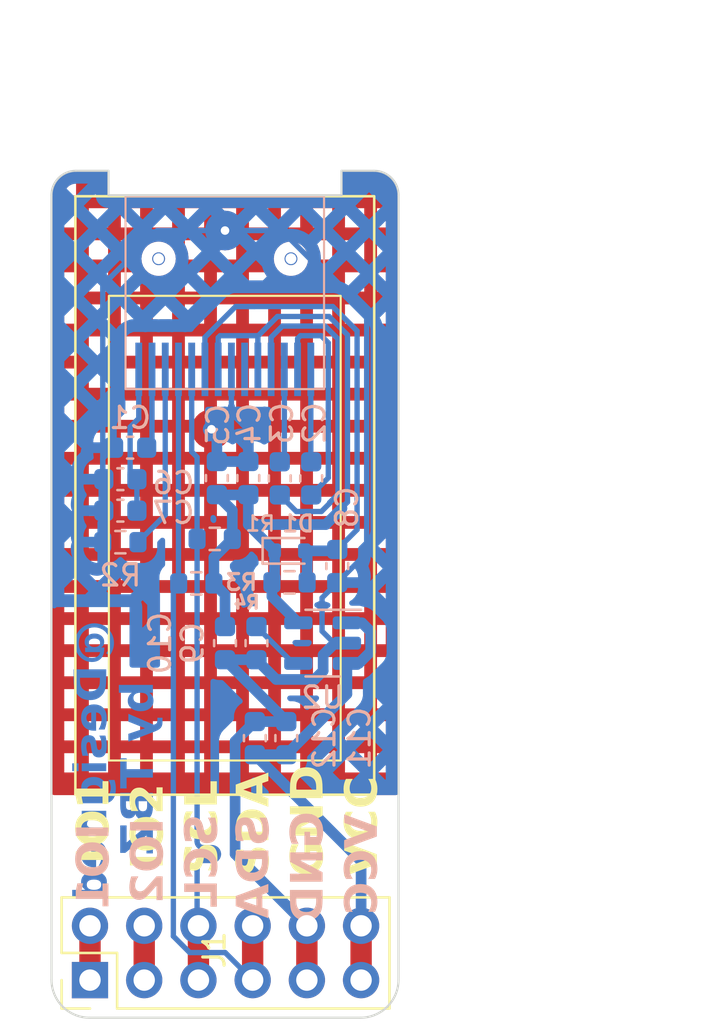
<source format=kicad_pcb>
(kicad_pcb (version 20221018) (generator pcbnew)
  (layers (0 "F.Cu" signal) (31 "B.Cu" signal) (34 "B.Paste" user) (35 "F.Paste" user) (36 "B.SilkS" user "B.Silkscreen") (37 "F.SilkS" user "F.Silkscreen") (38 "B.Mask" user) (39 "F.Mask" user) (44 "Edge.Cuts" user))
  (net 0 "")
  (net 1 "Net-(U1-C2N)")
  (net 2 "Net-(U1-C2P)")
  (net 3 "Net-(U1-C1N)")
  (net 4 "Net-(U1-C1P)")
  (net 5 "+3V3")
  (net 6 "GND")
  (net 7 "Net-(D1-A)")
  (net 8 "Net-(U1-VCOMH)")
  (net 9 "Net-(U1-VCC)")
  (net 10 "/SCL")
  (net 11 "/SDA")
  (net 12 "Net-(U1-IREF)")
  (net 14 "/PMOD IIC/VCC")
  (net 15 "Net-(U2-BP)")
  (net 16 "/PMOD IIC/IO1")
  (net 17 "/PMOD IIC/IO2")
  (footprint "my_connector:PMOD-Peripheral" (layer "F.Cu") (at 156.591 103.759 90)
    (fp_text reference "J1" (at 0 -0.5 90 unlocked) (layer "F.SilkS"))
    (fp_text value "Conn_02x06_Top_Bottom" hide)
    (fp_line (start -2.745 -7.655) (end -2.745 -6.325) (stroke (width 0.12)) (layer "F.SilkS"))
    (fp_line (start -2.745 -5.055) (end -2.745 7.705) (stroke (width 0.12)) (layer "F.SilkS"))
    (fp_line (start -1.415 -7.655) (end -2.745 -7.655) (stroke (width 0.12)) (layer "F.SilkS"))
    (fp_line (start -0.145 -7.655) (end -0.145 -5.055) (stroke (width 0.12)) (layer "F.SilkS"))
    (fp_line (start -0.145 -5.055) (end -2.745 -5.055) (stroke (width 0.12)) (layer "F.SilkS"))
    (fp_line (start 2.455 -7.655) (end -0.145 -7.655) (stroke (width 0.12)) (layer "F.SilkS"))
    (fp_line (start 2.455 -7.655) (end 2.455 7.705) (stroke (width 0.12)) (layer "F.SilkS"))
    (fp_line (start 2.455 7.705) (end -2.745 7.705) (stroke (width 0.12)) (layer "F.SilkS"))
    (pad "1" thru_hole rect (at -1.415 -6.325 90) (size 1.7 1.7) (drill 1) (layers "*.Cu" "*.Mask") (net 16 "/PMOD IIC/IO1"))
    (pad "2" thru_hole oval (at -1.415 -3.785 90) (size 1.7 1.7) (drill 1) (layers "*.Cu" "*.Mask") (net 17 "/PMOD IIC/IO2"))
    (pad "3" thru_hole oval (at -1.415 -1.245 90) (size 1.7 1.7) (drill 1) (layers "*.Cu" "*.Mask") (net 10 "/SCL"))
    (pad "4" thru_hole oval (at -1.415 1.295 90) (size 1.7 1.7) (drill 1) (layers "*.Cu" "*.Mask") (net 11 "/SDA"))
    (pad "5" thru_hole oval (at -1.415 3.835 90) (size 1.7 1.7) (drill 1) (layers "*.Cu" "*.Mask") (net 6 "GND"))
    (pad "6" thru_hole oval (at -1.415 6.375 90) (size 1.7 1.7) (drill 1) (layers "*.Cu" "*.Mask") (net 14 "/PMOD IIC/VCC"))
    (pad "7" thru_hole oval (at 1.125 -6.325 90) (size 1.7 1.7) (drill 1) (layers "*.Cu" "*.Mask") (net 16 "/PMOD IIC/IO1"))
    (pad "8" thru_hole oval (at 1.125 -3.785 90) (size 1.7 1.7) (drill 1) (layers "*.Cu" "*.Mask") (net 17 "/PMOD IIC/IO2"))
    (pad "9" thru_hole oval (at 1.125 -1.245 270) (size 1.7 1.7) (drill 1) (layers "*.Cu" "*.Mask") (net 10 "/SCL"))
    (pad "10" thru_hole oval (at 1.125 1.295 90) (size 1.7 1.7) (drill 1) (layers "*.Cu" "*.Mask") (net 11 "/SDA"))
    (pad "11" thru_hole oval (at 1.125 3.835 90) (size 1.7 1.7) (drill 1) (layers "*.Cu" "*.Mask") (net 6 "GND"))
    (pad "12" thru_hole oval (at 1.125 6.375 90) (size 1.7 1.7) (drill 1) (layers "*.Cu" "*.Mask") (net 14 "/PMOD IIC/VCC"))
  )
  (footprint "my_footprint:iic_oled_12864_ssd1312" (layer "F.Cu") (at 156.5656 82.4992 180)
    (fp_text reference "U1" hide)
    (fp_text value "~")
    (fp_rect (start -4.665 14) (end 4.635 4.975) (stroke (width 0.1)) (fill none) (layer "B.SilkS"))
    (fp_rect (start -7.015 -14) (end 6.985 14) (stroke (width 0.12)) (fill none) (layer "F.SilkS"))
    (fp_rect (start -5.445 -12.4) (end 5.415 9.34) (stroke (width 0.1)) (fill none) (layer "F.SilkS"))
    (pad "" np_thru_hole circle (at -3.115 11.075 180) (size 0.6 0.6) (drill 0.5) (layers "F&B.Cu" "*.Mask"))
    (pad "" np_thru_hole circle (at 3.085 11.075 180) (size 0.6 0.6) (drill 0.5) (layers "F&B.Cu" "*.Mask"))
    (pad "1" smd rect (at -4.045 5.9 180) (size 0.32 2.5) (layers "B.Cu" "B.Paste" "B.Mask") (net 2 "Net-(U1-C2P)"))
    (pad "2" smd rect (at -3.425 5.9 180) (size 0.32 2.5) (layers "B.Cu" "B.Paste" "B.Mask") (net 1 "Net-(U1-C2N)"))
    (pad "3" smd rect (at -2.805 5.9 180) (size 0.32 2.5) (layers "B.Cu" "B.Paste" "B.Mask") (net 4 "Net-(U1-C1P)"))
    (pad "4" smd rect (at -2.185 5.9 180) (size 0.32 2.5) (layers "B.Cu" "B.Paste" "B.Mask") (net 3 "Net-(U1-C1N)"))
    (pad "5" smd rect (at -1.565 5.9 180) (size 0.32 2.5) (layers "B.Cu" "B.Paste" "B.Mask") (net 5 "+3V3"))
    (pad "6" smd rect (at -0.945 5.9 180) (size 0.32 2.5) (layers "B.Cu" "B.Paste" "B.Mask"))
    (pad "7" smd rect (at -0.325 5.9 180) (size 0.32 2.5) (layers "B.Cu" "B.Paste" "B.Mask") (net 6 "GND"))
    (pad "8" smd rect (at 0.295 5.9 180) (size 0.32 2.5) (layers "B.Cu" "B.Paste" "B.Mask") (net 5 "+3V3"))
    (pad "9" smd rect (at 0.915 5.9 180) (size 0.32 2.5) (layers "B.Cu" "B.Paste" "B.Mask") (net 7 "Net-(D1-A)"))
    (pad "10" smd rect (at 1.535 5.9 180) (size 0.32 2.5) (layers "B.Cu" "B.Paste" "B.Mask") (net 10 "/SCL"))
    (pad "11" smd rect (at 2.155 5.9 180) (size 0.32 2.5) (layers "B.Cu" "B.Paste" "B.Mask") (net 11 "/SDA"))
    (pad "12" smd rect (at 2.775 5.9 180) (size 0.32 2.5) (layers "B.Cu" "B.Paste" "B.Mask") (net 12 "Net-(U1-IREF)"))
    (pad "13" smd rect (at 3.395 5.9 180) (size 0.32 2.5) (layers "B.Cu" "B.Paste" "B.Mask") (net 8 "Net-(U1-VCOMH)"))
    (pad "14" smd rect (at 4.015 5.9 180) (size 0.32 2.5) (layers "B.Cu" "B.Paste" "B.Mask") (net 9 "Net-(U1-VCC)"))
  )
  (footprint "Capacitor_SMD:C_0603_1608Metric" (layer "B.Cu") (at 157.6832 81.6864 90)
    (fp_text reference "C4" (at 2.54 0.0508 90) (layer "B.SilkS") (effects (justify mirror)))
    (fp_text value "4.7uF")
    (fp_line (start -0.14058 -0.51) (end 0.14058 -0.51) (stroke (width 0.12)) (layer "B.SilkS"))
    (fp_line (start -0.14058 0.51) (end 0.14058 0.51) (stroke (width 0.12)) (layer "B.SilkS"))
    (pad "1" smd roundrect (at -0.775 0 90) (size 0.9 0.95) (layers "B.Cu" "B.Paste" "B.Mask") (net 5 "+3V3"))
    (pad "2" smd roundrect (at 0.775 0 90) (size 0.9 0.95) (layers "B.Cu" "B.Paste" "B.Mask") (net 6 "GND"))
  )
  (footprint "Diode_SMD:D_SOD-523" (layer "B.Cu") (at 159.6136 85.09)
    (fp_text reference "D1" (at 0.4064 -1.27) (layer "B.SilkS") (effects (font (size 0.75 0.75)) (justify mirror)))
    (fp_text value "1N4148WT")
    (fp_line (start -1.26 0.6) (end -1.26 -0.6) (stroke (width 0.12)) (layer "B.SilkS"))
    (fp_line (start 0.7 -0.6) (end -1.26 -0.6) (stroke (width 0.12)) (layer "B.SilkS"))
    (fp_line (start 0.7 0.6) (end -1.26 0.6) (stroke (width 0.12)) (layer "B.SilkS"))
    (pad "1" smd roundrect (at -0.7 0 180) (size 0.6 0.7) (layers "B.Cu" "B.Paste" "B.Mask") (net 5 "+3V3"))
    (pad "2" smd roundrect (at 0.7 0 180) (size 0.6 0.7) (layers "B.Cu" "B.Paste" "B.Mask") (net 7 "Net-(D1-A)"))
  )
  (footprint "Capacitor_SMD:C_0603_1608Metric" (layer "B.Cu") (at 151.6888 81.7372 180)
    (fp_text reference "C6" (at -2.4892 -0.1778) (layer "B.SilkS") (effects (justify mirror)))
    (fp_text value "4.7uF")
    (fp_line (start -0.14058 -0.51) (end 0.14058 -0.51) (stroke (width 0.12)) (layer "B.SilkS"))
    (fp_line (start -0.14058 0.51) (end 0.14058 0.51) (stroke (width 0.12)) (layer "B.SilkS"))
    (pad "1" smd roundrect (at -0.775 0 180) (size 0.9 0.95) (layers "B.Cu" "B.Paste" "B.Mask") (net 9 "Net-(U1-VCC)"))
    (pad "2" smd roundrect (at 0.775 0 180) (size 0.9 0.95) (layers "B.Cu" "B.Paste" "B.Mask") (net 6 "GND"))
  )
  (footprint "Package_TO_SOT_SMD:SOT-23-5" (layer "B.Cu") (at 161.163 89.408 180)
    (fp_text reference "U2" (at 0 -2.54) (layer "B.SilkS") (effects (justify mirror)))
    (fp_text value "RT9193-33GB")
    (fp_line (start 0 -1.56) (end -0.8 -1.56) (stroke (width 0.12)) (layer "B.SilkS"))
    (fp_line (start 0 -1.56) (end 0.8 -1.56) (stroke (width 0.12)) (layer "B.SilkS"))
    (fp_line (start 0 1.56) (end -1.8 1.56) (stroke (width 0.12)) (layer "B.SilkS"))
    (fp_line (start 0 1.56) (end 0.8 1.56) (stroke (width 0.12)) (layer "B.SilkS"))
    (pad "1" smd roundrect (at -1.1375 0.95 180) (size 1.325 0.6) (layers "B.Cu" "B.Paste" "B.Mask") (net 14 "/PMOD IIC/VCC"))
    (pad "2" smd roundrect (at -1.1375 0 180) (size 1.325 0.6) (layers "B.Cu" "B.Paste" "B.Mask") (net 6 "GND"))
    (pad "3" smd roundrect (at -1.1375 -0.95 180) (size 1.325 0.6) (layers "B.Cu" "B.Paste" "B.Mask") (net 14 "/PMOD IIC/VCC"))
    (pad "4" smd roundrect (at 1.1375 -0.95 180) (size 1.325 0.6) (layers "B.Cu" "B.Paste" "B.Mask") (net 15 "Net-(U2-BP)"))
    (pad "5" smd roundrect (at 1.1375 0.95 180) (size 1.325 0.6) (layers "B.Cu" "B.Paste" "B.Mask") (net 5 "+3V3"))
  )
  (footprint "Capacitor_SMD:C_0603_1608Metric" (layer "B.Cu") (at 157.988 93.853 90)
    (fp_text reference "C12" (at 0 3.2512 90) (layer "B.SilkS") (effects (justify mirror)))
    (fp_text value "0.1uF")
    (fp_line (start -0.14058 -0.51) (end 0.14058 -0.51) (stroke (width 0.12)) (layer "B.SilkS"))
    (fp_line (start -0.14058 0.51) (end 0.14058 0.51) (stroke (width 0.12)) (layer "B.SilkS"))
    (pad "1" smd roundrect (at -0.775 0 90) (size 0.9 0.95) (layers "B.Cu" "B.Paste" "B.Mask") (net 14 "/PMOD IIC/VCC"))
    (pad "2" smd roundrect (at 0.775 0 90) (size 0.9 0.95) (layers "B.Cu" "B.Paste" "B.Mask") (net 6 "GND"))
  )
  (footprint "Capacitor_SMD:C_0603_1608Metric" (layer "B.Cu") (at 156.591 89.408 90)
    (fp_text reference "C10" (at 0 -3.048 90) (layer "B.SilkS") (effects (justify mirror)))
    (fp_text value "4.7uF")
    (fp_line (start -0.14058 -0.51) (end 0.14058 -0.51) (stroke (width 0.12)) (layer "B.SilkS"))
    (fp_line (start -0.14058 0.51) (end 0.14058 0.51) (stroke (width 0.12)) (layer "B.SilkS"))
    (pad "1" smd roundrect (at -0.775 0 90) (size 0.9 0.95) (layers "B.Cu" "B.Paste" "B.Mask") (net 6 "GND"))
    (pad "2" smd roundrect (at 0.775 0 90) (size 0.9 0.95) (layers "B.Cu" "B.Paste" "B.Mask") (net 5 "+3V3"))
  )
  (footprint "Resistor_SMD:R_0603_1608Metric" (layer "B.Cu") (at 159.6136 86.5632)
    (fp_text reference "R4" (at -2.0066 0.9398) (layer "B.SilkS") (effects (font (size 0.6 0.6)) (justify mirror)))
    (fp_text value "4.7K")
    (fp_line (start -0.237258 -0.5225) (end 0.237258 -0.5225) (stroke (width 0.12)) (layer "B.SilkS"))
    (fp_line (start -0.237258 0.5225) (end 0.237258 0.5225) (stroke (width 0.12)) (layer "B.SilkS"))
    (pad "1" smd roundrect (at -0.825 0) (size 0.8 0.95) (layers "B.Cu" "B.Paste" "B.Mask") (net 5 "+3V3"))
    (pad "2" smd roundrect (at 0.825 0) (size 0.8 0.95) (layers "B.Cu" "B.Paste" "B.Mask") (net 7 "Net-(D1-A)"))
  )
  (footprint "Capacitor_SMD:C_0603_1608Metric" (layer "B.Cu") (at 152.146 80.264 180)
    (fp_text reference "C1" (at 0 1.397) (layer "B.SilkS") (effects (justify mirror)))
    (fp_text value "2.2uF")
    (fp_line (start -0.14058 -0.51) (end 0.14058 -0.51) (stroke (width 0.12)) (layer "B.SilkS"))
    (fp_line (start -0.14058 0.51) (end 0.14058 0.51) (stroke (width 0.12)) (layer "B.SilkS"))
    (pad "1" smd roundrect (at -0.775 0 180) (size 0.9 0.95) (layers "B.Cu" "B.Paste" "B.Mask") (net 8 "Net-(U1-VCOMH)"))
    (pad "2" smd roundrect (at 0.775 0 180) (size 0.9 0.95) (layers "B.Cu" "B.Paste" "B.Mask") (net 6 "GND"))
  )
  (footprint "Resistor_SMD:R_0603_1608Metric" (layer "B.Cu") (at 156.1084 84.5312 180)
    (fp_text reference "R1" (at -2.1336 0.7112) (layer "B.SilkS") (effects (font (size 0.7 0.7) (thickness 0.125)) (justify mirror)))
    (fp_text value "4.7K")
    (fp_line (start -0.237258 -0.5225) (end 0.237258 -0.5225) (stroke (width 0.12)) (layer "B.SilkS"))
    (fp_line (start -0.237258 0.5225) (end 0.237258 0.5225) (stroke (width 0.12)) (layer "B.SilkS"))
    (pad "1" smd roundrect (at -0.825 0 180) (size 0.8 0.95) (layers "B.Cu" "B.Paste" "B.Mask") (net 5 "+3V3"))
    (pad "2" smd roundrect (at 0.825 0 180) (size 0.8 0.95) (layers "B.Cu" "B.Paste" "B.Mask") (net 10 "/SCL"))
  )
  (footprint "Capacitor_SMD:C_0603_1608Metric" (layer "B.Cu") (at 151.6888 83.2104 180)
    (fp_text reference "C7" (at -2.4892 -0.1016) (layer "B.SilkS") (effects (justify mirror)))
    (fp_text value "0.1uF")
    (fp_line (start -0.14058 -0.51) (end 0.14058 -0.51) (stroke (width 0.12)) (layer "B.SilkS"))
    (fp_line (start -0.14058 0.51) (end 0.14058 0.51) (stroke (width 0.12)) (layer "B.SilkS"))
    (pad "1" smd roundrect (at -0.775 0 180) (size 0.9 0.95) (layers "B.Cu" "B.Paste" "B.Mask") (net 9 "Net-(U1-VCC)"))
    (pad "2" smd roundrect (at 0.775 0 180) (size 0.9 0.95) (layers "B.Cu" "B.Paste" "B.Mask") (net 6 "GND"))
  )
  (footprint "Resistor_SMD:R_0603_1608Metric" (layer "B.Cu") (at 151.6888 84.6836)
    (fp_text reference "R2" (at 0 1.5494) (layer "B.SilkS") (effects (justify mirror)))
    (fp_text value "560K")
    (fp_line (start -0.237258 -0.5225) (end 0.237258 -0.5225) (stroke (width 0.12)) (layer "B.SilkS"))
    (fp_line (start -0.237258 0.5225) (end 0.237258 0.5225) (stroke (width 0.12)) (layer "B.SilkS"))
    (pad "1" smd roundrect (at -0.825 0) (size 0.8 0.95) (layers "B.Cu" "B.Paste" "B.Mask") (net 6 "GND"))
    (pad "2" smd roundrect (at 0.825 0) (size 0.8 0.95) (layers "B.Cu" "B.Paste" "B.Mask") (net 12 "Net-(U1-IREF)"))
  )
  (footprint "Capacitor_SMD:C_0603_1608Metric" (layer "B.Cu") (at 161.8488 85.8012 -90)
    (fp_text reference "C8" (at -2.7432 -0.4572 90) (layer "B.SilkS") (effects (justify mirror)))
    (fp_text value "10uF")
    (fp_line (start -0.14058 -0.51) (end 0.14058 -0.51) (stroke (width 0.12)) (layer "B.SilkS"))
    (fp_line (start -0.14058 0.51) (end 0.14058 0.51) (stroke (width 0.12)) (layer "B.SilkS"))
    (pad "1" smd roundrect (at -0.775 0 270) (size 0.9 0.95) (layers "B.Cu" "B.Paste" "B.Mask") (net 7 "Net-(D1-A)"))
    (pad "2" smd roundrect (at 0.775 0 270) (size 0.9 0.95) (layers "B.Cu" "B.Paste" "B.Mask") (net 6 "GND"))
  )
  (footprint "Resistor_SMD:R_0603_1608Metric" (layer "B.Cu") (at 155.2448 86.614 180)
    (fp_text reference "R3" (at -2.1082 0.0508) (layer "B.SilkS") (effects (font (size 0.75 0.75)) (justify mirror)))
    (fp_text value "4.7K")
    (fp_line (start -0.237258 -0.5225) (end 0.237258 -0.5225) (stroke (width 0.12)) (layer "B.SilkS"))
    (fp_line (start -0.237258 0.5225) (end 0.237258 0.5225) (stroke (width 0.12)) (layer "B.SilkS"))
    (pad "1" smd roundrect (at -0.825 0 180) (size 0.8 0.95) (layers "B.Cu" "B.Paste" "B.Mask") (net 5 "+3V3"))
    (pad "2" smd roundrect (at 0.825 0 180) (size 0.8 0.95) (layers "B.Cu" "B.Paste" "B.Mask") (net 11 "/SDA"))
  )
  (footprint "Capacitor_SMD:C_0603_1608Metric" (layer "B.Cu") (at 158.0642 89.408 -90)
    (fp_text reference "C9" (at 0 2.9972 90) (layer "B.SilkS") (effects (justify mirror)))
    (fp_text value "22nF")
    (fp_line (start -0.14058 -0.51) (end 0.14058 -0.51) (stroke (width 0.12)) (layer "B.SilkS"))
    (fp_line (start -0.14058 0.51) (end 0.14058 0.51) (stroke (width 0.12)) (layer "B.SilkS"))
    (pad "1" smd roundrect (at -0.775 0 270) (size 0.9 0.95) (layers "B.Cu" "B.Paste" "B.Mask") (net 15 "Net-(U2-BP)"))
    (pad "2" smd roundrect (at 0.775 0 270) (size 0.9 0.95) (layers "B.Cu" "B.Paste" "B.Mask") (net 6 "GND"))
  )
  (footprint "Capacitor_SMD:C_0603_1608Metric" (layer "B.Cu") (at 159.4612 93.853 90)
    (fp_text reference "C11" (at 0 3.429 90) (layer "B.SilkS") (effects (justify mirror)))
    (fp_text value "4.7uF")
    (fp_line (start -0.14058 -0.51) (end 0.14058 -0.51) (stroke (width 0.12)) (layer "B.SilkS"))
    (fp_line (start -0.14058 0.51) (end 0.14058 0.51) (stroke (width 0.12)) (layer "B.SilkS"))
    (pad "1" smd roundrect (at -0.775 0 90) (size 0.9 0.95) (layers "B.Cu" "B.Paste" "B.Mask") (net 14 "/PMOD IIC/VCC"))
    (pad "2" smd roundrect (at 0.775 0 90) (size 0.9 0.95) (layers "B.Cu" "B.Paste" "B.Mask") (net 6 "GND"))
  )
  (footprint "Capacitor_SMD:C_0603_1608Metric" (layer "B.Cu") (at 159.1564 81.6994 90)
    (fp_text reference "C3" (at 2.5784 0.1016 90) (layer "B.SilkS") (effects (justify mirror)))
    (fp_text value "1uF")
    (fp_line (start -0.14058 -0.51) (end 0.14058 -0.51) (stroke (width 0.12)) (layer "B.SilkS"))
    (fp_line (start -0.14058 0.51) (end 0.14058 0.51) (stroke (width 0.12)) (layer "B.SilkS"))
    (pad "1" smd roundrect (at -0.775 0 90) (size 0.9 0.95) (layers "B.Cu" "B.Paste" "B.Mask") (net 3 "Net-(U1-C1N)"))
    (pad "2" smd roundrect (at 0.775 0 90) (size 0.9 0.95) (layers "B.Cu" "B.Paste" "B.Mask") (net 4 "Net-(U1-C1P)"))
  )
  (footprint "Capacitor_SMD:C_0603_1608Metric" (layer "B.Cu") (at 160.6296 81.6994 90)
    (fp_text reference "C2" (at 2.5784 0.1524 90) (layer "B.SilkS") (effects (justify mirror)))
    (fp_text value "1uF")
    (fp_line (start -0.14058 -0.51) (end 0.14058 -0.51) (stroke (width 0.12)) (layer "B.SilkS"))
    (fp_line (start -0.14058 0.51) (end 0.14058 0.51) (stroke (width 0.12)) (layer "B.SilkS"))
    (pad "1" smd roundrect (at -0.775 0 90) (size 0.9 0.95) (layers "B.Cu" "B.Paste" "B.Mask") (net 1 "Net-(U1-C2N)"))
    (pad "2" smd roundrect (at 0.775 0 90) (size 0.9 0.95) (layers "B.Cu" "B.Paste" "B.Mask") (net 2 "Net-(U1-C2P)"))
  )
  (footprint "Capacitor_SMD:C_0603_1608Metric" (layer "B.Cu") (at 156.21 81.6864 90)
    (fp_text reference "C5" (at 2.4892 0.0508 90) (layer "B.SilkS") (effects (justify mirror)))
    (fp_text value "0.1uF")
    (fp_line (start -0.14058 -0.51) (end 0.14058 -0.51) (stroke (width 0.12)) (layer "B.SilkS"))
    (fp_line (start -0.14058 0.51) (end 0.14058 0.51) (stroke (width 0.12)) (layer "B.SilkS"))
    (pad "1" smd roundrect (at -0.775 0 90) (size 0.9 0.95) (layers "B.Cu" "B.Paste" "B.Mask") (net 5 "+3V3"))
    (pad "2" smd roundrect (at 0.775 0 90) (size 0.9 0.95) (layers "B.Cu" "B.Paste" "B.Mask") (net 6 "GND"))
  )
  (gr_line (start 148.463 68.453) (end 148.463 105.156) (stroke (width 0.1)) (layer "Edge.Cuts"))
  (gr_line (start 151.13 67.31) (end 151.13 68.453) (stroke (width 0.1)) (layer "Edge.Cuts"))
  (gr_arc (start 150.241 106.934) (mid 148.983764 106.413236) (end 148.463 105.156) (stroke (width 0.1)) (layer "Edge.Cuts"))
  (gr_arc (start 163.576 67.31) (mid 164.384223 67.644777) (end 164.719 68.453) (stroke (width 0.1)) (layer "Edge.Cuts"))
  (gr_line (start 162.052 67.31) (end 162.052 68.453) (stroke (width 0.1)) (layer "Edge.Cuts"))
  (gr_arc (start 164.719 105.156) (mid 164.198236 106.413236) (end 162.941 106.934) (stroke (width 0.1)) (layer "Edge.Cuts"))
  (gr_arc (start 148.463 68.453) (mid 148.797777 67.644777) (end 149.606 67.31) (stroke (width 0.1)) (layer "Edge.Cuts"))
  (gr_line (start 150.241 106.934) (end 162.941 106.934) (stroke (width 0.1)) (layer "Edge.Cuts"))
  (gr_line (start 149.606 67.31) (end 151.13 67.31) (stroke (width 0.1)) (layer "Edge.Cuts"))
  (gr_line (start 164.719 105.156) (end 164.719 68.453) (stroke (width 0.1)) (layer "Edge.Cuts"))
  (gr_line (start 163.576 67.31) (end 162.052 67.31) (stroke (width 0.1)) (layer "Edge.Cuts"))
  (gr_line (start 151.13 68.453) (end 162.052 68.453) (stroke (width 0.1)) (layer "Edge.Cuts"))
  (gr_text "@Designed" (at 151.2824 88.3412 90) (layer "B.Cu") (effects (font (size 1.5 1.5) (thickness 0.3) bold) (justify left bottom mirror)))
  (gr_text "by TBZ" (at 153.4668 91.186 90) (layer "B.Cu") (effects (font (size 1.5 1.5) (thickness 0.3) bold) (justify left bottom mirror)))
  (gr_text "IO1" (at 151.384 97.8408 90) (layer "B.SilkS") (effects (font (size 1.5 1.5) (thickness 0.2) bold) (justify left bottom mirror)))
  (gr_text "VCC" (at 163.957 97.409 90) (layer "B.SilkS") (effects (font (size 1.5 1.5) (thickness 0.2) bold) (justify left bottom mirror)))
  (gr_text "GND" (at 161.417 97.282 90) (layer "B.SilkS") (effects (font (size 1.5 1.5) (thickness 0.2) bold) (justify left bottom mirror)))
  (gr_text "SCL" (at 156.464 97.409 90) (layer "B.SilkS") (effects (font (size 1.5 1.5) (thickness 0.2) bold) (justify left bottom mirror)))
  (gr_text "IO2" (at 153.924 97.5868 90) (layer "B.SilkS") (effects (font (size 1.5 1.5) (thickness 0.2) bold) (justify left bottom mirror)))
  (gr_text "SDA" (at 158.877 97.409 90) (layer "B.SilkS") (effects (font (size 1.5 1.5) (thickness 0.2) bold) (justify left bottom mirror)))
  (gr_text "GND" (at 161.417 100.33 90) (layer "F.SilkS") (effects (font (size 1.5 1.5) (thickness 0.2) bold) (justify left bottom)))
  (gr_text "SCL" (at 156.464 100.203 90) (layer "F.SilkS") (effects (font (size 1.5 1.5) (thickness 0.3) bold) (justify left bottom)))
  (gr_text "VCC" (at 163.957 100.33 90) (layer "F.SilkS") (effects (font (size 1.5 1.5) (thickness 0.2) bold) (justify left bottom)))
  (gr_text "SDA" (at 158.877 100.33 90) (layer "F.SilkS") (effects (font (size 1.5 1.5) (thickness 0.2) bold) (justify left bottom)))
  (gr_text "IO1" (at 151.384 99.7458 90) (layer "F.SilkS") (effects (font (size 1.5 1.5) (thickness 0.2) bold) (justify left bottom)))
  (gr_text "IO2" (at 153.924 99.9998 90) (layer "F.SilkS") (effects (font (size 1.5 1.5) (thickness 0.3) bold) (justify left bottom)))
  (segment (start 161.4296 75.3582) (end 161.0956 75.0242) (width 0.25) (layer "B.Cu") (net 1))
  (segment (start 160.1256 75.0242) (end 159.9906 75.1592) (width 0.25) (layer "B.Cu") (net 1))
  (segment (start 159.9906 75.1592) (end 159.9906 76.5992) (width 0.25) (layer "B.Cu") (net 1))
  (segment (start 161.4296 81.6744) (end 161.4296 75.3582) (width 0.25) (layer "B.Cu") (net 1))
  (segment (start 160.6296 82.4744) (end 161.4296 81.6744) (width 0.25) (layer "B.Cu") (net 1))
  (segment (start 161.0956 75.0242) (end 160.1256 75.0242) (width 0.25) (layer "B.Cu") (net 1))
  (segment (start 160.6106 80.9054) (end 160.6106 76.5992) (width 0.25) (layer "B.Cu") (net 2))
  (segment (start 160.6296 80.9244) (end 160.6106 80.9054) (width 0.25) (layer "B.Cu") (net 2))
  (segment (start 161.879101 75.172011) (end 161.281789 74.574699) (width 0.25) (layer "B.Cu") (net 3))
  (segment (start 161.281789 74.574699) (end 159.275101 74.574699) (width 0.25) (layer "B.Cu") (net 3))
  (segment (start 159.1564 82.4744) (end 159.9314 83.2494) (width 0.25) (layer "B.Cu") (net 3))
  (segment (start 161.491399 82.865417) (end 161.491399 82.833934) (width 0.25) (layer "B.Cu") (net 3))
  (segment (start 159.9314 83.2494) (end 161.107416 83.2494) (width 0.25) (layer "B.Cu") (net 3))
  (segment (start 161.491399 82.833934) (end 161.879101 82.446232) (width 0.25) (layer "B.Cu") (net 3))
  (segment (start 161.879101 82.446232) (end 161.879101 75.172011) (width 0.25) (layer "B.Cu") (net 3))
  (segment (start 158.7506 75.0992) (end 158.7506 76.5992) (width 0.25) (layer "B.Cu") (net 3))
  (segment (start 159.275101 74.574699) (end 158.7506 75.0992) (width 0.25) (layer "B.Cu") (net 3))
  (segment (start 161.107416 83.2494) (end 161.491399 82.865417) (width 0.25) (layer "B.Cu") (net 3))
  (segment (start 159.3706 80.7102) (end 159.3706 76.5992) (width 0.25) (layer "B.Cu") (net 4))
  (segment (start 159.1564 80.9244) (end 159.3706 80.7102) (width 0.25) (layer "B.Cu") (net 4))
  (segment (start 157.6832 83.8596) (end 161.309684 83.8596) (width 0.5) (layer "B.Cu") (net 5))
  (segment (start 158.9136 86.4382) (end 158.7886 86.5632) (width 0.25) (layer "B.Cu") (net 5))
  (segment (start 158.7886 87.2211) (end 160.0255 88.458) (width 0.5) (layer "B.Cu") (net 5))
  (segment (start 162.328602 74.985822) (end 161.467978 74.125198) (width 0.25) (layer "B.Cu") (net 5))
  (segment (start 156.9334 83.1978) (end 156.21 82.4744) (width 0.5) (layer "B.Cu") (net 5))
  (segment (start 159.046802 74.125198) (end 158.1306 75.0414) (width 0.25) (layer "B.Cu") (net 5))
  (segment (start 162.0659 83.0719) (end 162.328602 82.809198) (width 0.25) (layer "B.Cu") (net 5))
  (segment (start 156.21 82.4744) (end 157.6832 82.4744) (width 0.5) (layer "B.Cu") (net 5))
  (segment (start 156.0698 86.614) (end 156.0698 85.3948) (width 0.5) (layer "B.Cu") (net 5))
  (segment (start 156.2706 76.5992) (end 156.2706 75.11489) (width 0.25) (layer "B.Cu") (net 5))
  (segment (start 158.1306 75.0414) (end 158.1306 76.5992) (width 0.25) (layer "B.Cu") (net 5))
  (segment (start 156.0698 85.3948) (end 156.9334 84.5312) (width 0.5) (layer "B.Cu") (net 5))
  (segment (start 158.7886 86.5632) (end 158.7886 87.2211) (width 0.5) (layer "B.Cu") (net 5))
  (segment (start 161.467978 74.125198) (end 159.046802 74.125198) (width 0.25) (layer "B.Cu") (net 5))
  (segment (start 158.9136 85.09) (end 158.9136 86.4382) (width 0.5) (layer "B.Cu") (net 5))
  (segment (start 156.591 87.1352) (end 156.0698 86.614) (width 0.5) (layer "B.Cu") (net 5))
  (segment (start 162.0659 83.103384) (end 162.0659 83.0719) (width 0.5) (layer "B.Cu") (net 5))
  (segment (start 156.36129 75.0242) (end 158.0556 75.0242) (width 0.25) (layer "B.Cu") (net 5))
  (segment (start 161.309684 83.8596) (end 162.0659 83.103384) (width 0.5) (layer "B.Cu") (net 5))
  (segment (start 162.328602 82.809198) (end 162.328602 74.985822) (width 0.25) (layer "B.Cu") (net 5))
  (segment (start 157.6832 83.8596) (end 158.9136 85.09) (width 0.5) (layer "B.Cu") (net 5))
  (segment (start 158.0556 75.0242) (end 158.1306 75.0992) (width 0.25) (layer "B.Cu") (net 5))
  (segment (start 157.6832 82.4744) (end 157.6832 83.8596) (width 0.5) (layer "B.Cu") (net 5))
  (segment (start 156.591 88.633) (end 156.591 87.1352) (width 0.5) (layer "B.Cu") (net 5))
  (segment (start 156.2706 75.11489) (end 156.36129 75.0242) (width 0.25) (layer "B.Cu") (net 5))
  (segment (start 158.1306 75.0992) (end 158.1306 76.5992) (width 0.25) (layer "B.Cu") (net 5))
  (segment (start 156.9334 84.5312) (end 156.9334 83.1978) (width 0.5) (layer "B.Cu") (net 5))
  (segment (start 155.956 79.4004) (end 155.956 70.739) (width 0.25) (layer "F.Cu") (net 6))
  (segment (start 155.956 70.739) (end 156.591 70.104) (width 0.25) (layer "F.Cu") (net 6))
  (segment (start 160.426 105.174) (end 160.426 102.634) (width 1) (layer "F.Cu") (net 6))
  (via (at 156.591 70.104) (size 0.8) (drill 0.4) (layers "F.Cu" "B.Cu") (net 6))
  (via (at 155.956 79.4004) (size 0.8) (drill 0.4) (layers "F.Cu" "B.Cu") (net 6))
  (segment (start 153.416 70.104) (end 150.8638 72.6562) (width 0.25) (layer "B.Cu") (net 6))
  (segment (start 163.227604 85.197396) (end 161.8488 86.5762) (width 0.25) (layer "B.Cu") (net 6))
  (segment (start 157.063 94.003) (end 157.988 93.078) (width 0.5) (layer "B.Cu") (net 6))
  (segment (start 150.8638 84.6836) (end 150.8638 80.7712) (width 0.25) (layer "B.Cu") (net 6))
  (segment (start 157.988 93.078) (end 159.4612 93.078) (width 0.5) (layer "B.Cu") (net 6))
  (segment (start 161.1376 87.2874) (end 161.1376 88.8492) (width 0.25) (layer "B.Cu") (net 6))
  (segment (start 156.591 90.183) (end 158.0642 90.183) (width 0.5) (layer "B.Cu") (net 6))
  (segment (start 161.188 90.706528) (end 161.188 89.959472) (width 0.5) (layer "B.Cu") (net 6))
  (segment (start 156.21 80.9244) (end 156.21 79.6544) (width 0.25) (layer "B.Cu") (net 6))
  (segment (start 160.786528 91.108) (end 161.188 90.706528) (width 0.5) (layer "B.Cu") (net 6))
  (segment (start 158.9892 91.108) (end 160.786528 91.108) (width 0.5) (layer "B.Cu") (net 6))
  (segment (start 161.6964 89.408) (end 162.3005 89.408) (width 0.25) (layer "B.Cu") (net 6))
  (segment (start 157.6832 80.4164) (end 156.8906 79.6238) (width 0.25) (layer "B.Cu") (net 6))
  (segment (start 161.8488 86.5762) (end 161.1376 87.2874) (width 0.25) (layer "B.Cu") (net 6))
  (segment (start 156.8906 79.6238) (end 156.8906 76.5992) (width 0.25) (layer "B.Cu") (net 6))
  (segment (start 161.188 89.959472) (end 161.739472 89.408) (width 0.5) (layer "B.Cu") (net 6))
  (segment (start 159.4612 93.0532) (end 156.591 90.183) (width 0.5) (layer "B.Cu") (net 6))
  (segment (start 159.4612 93.078) (end 159.4612 93.0532) (width 0.5) (layer "B.Cu") (net 6))
  (segment (start 156.21 79.6544) (end 155.956 79.4004) (width 0.25) (layer "B.Cu") (net 6))
  (segment (start 161.739472 89.408) (end 162.3005 89.408) (width 0.5) (layer "B.Cu") (net 6))
  (segment (start 161.1376 88.8492) (end 161.6964 89.408) (width 0.25) (layer "B.Cu") (net 6))
  (segment (start 150.8638 72.6562) (end 150.8638 84.6836) (width 0.25) (layer "B.Cu") (net 6))
  (segment (start 163.227604 74.08732) (end 163.227604 85.197396) (width 0.25) (layer "B.Cu") (net 6))
  (segment (start 159.244284 70.104) (end 163.227604 74.08732) (width 0.25) (layer "B.Cu") (net 6))
  (segment (start 158.0642 90.183) (end 158.9892 91.108) (width 0.5) (layer "B.Cu") (net 6))
  (segment (start 156.591 70.104) (end 153.416 70.104) (width 0.25) (layer "B.Cu") (net 6))
  (segment (start 157.063 99.271) (end 157.063 94.003) (width 0.5) (layer "B.Cu") (net 6))
  (segment (start 160.426 102.634) (end 157.063 99.271) (width 0.5) (layer "B.Cu") (net 6))
  (segment (start 157.6832 80.9244) (end 157.6832 80.4164) (width 0.25) (layer "B.Cu") (net 6))
  (segment (start 150.8638 80.7712) (end 151.371 80.264) (width 0.25) (layer "B.Cu") (net 6))
  (segment (start 157.6832 80.9244) (end 156.21 80.9244) (width 0.25) (layer "B.Cu") (net 6))
  (segment (start 156.591 70.104) (end 159.244284 70.104) (width 0.25) (layer "B.Cu") (net 6))
  (segment (start 157.089094 73.66) (end 157.988 73.66) (width 0.25) (layer "B.Cu") (net 7))
  (segment (start 157.988 73.66) (end 157.0898 73.66) (width 0.25) (layer "B.Cu") (net 7))
  (segment (start 161.785 85.09) (end 161.8488 85.0262) (width 0.25) (layer "B.Cu") (net 7))
  (segment (start 162.778103 74.799633) (end 161.63847 73.66) (width 0.25) (layer "B.Cu") (net 7))
  (segment (start 160.4386 86.5632) (end 160.4386 85.215) (width 0.5) (layer "B.Cu") (net 7))
  (segment (start 155.6506 75.098494) (end 157.089094 73.66) (width 0.25) (layer "B.Cu") (net 7))
  (segment (start 155.6506 76.5992) (end 155.6506 75.098494) (width 0.25) (layer "B.Cu") (net 7))
  (segment (start 160.3136 85.09) (end 161.785 85.09) (width 0.5) (layer "B.Cu") (net 7))
  (segment (start 162.778103 84.096897) (end 162.778103 74.799633) (width 0.25) (layer "B.Cu") (net 7))
  (segment (start 161.8488 85.0262) (end 162.778103 84.096897) (width 0.25) (layer "B.Cu") (net 7))
  (segment (start 161.63847 73.66) (end 157.988 73.66) (width 0.25) (layer "B.Cu") (net 7))
  (segment (start 160.4386 85.215) (end 160.3136 85.09) (width 0.25) (layer "B.Cu") (net 7))
  (segment (start 153.1706 80.0144) (end 153.1706 76.5992) (width 0.25) (layer "B.Cu") (net 8))
  (segment (start 152.921 80.264) (end 153.1706 80.0144) (width 0.25) (layer "B.Cu") (net 8))
  (segment (start 152.5506 78.8906) (end 152.5506 76.5992) (width 0.25) (layer "B.Cu") (net 9))
  (segment (start 152.4638 81.7372) (end 152.146 81.4194) (width 0.25) (layer "B.Cu") (net 9))
  (segment (start 152.146 79.2988) (end 152.5524 78.8924) (width 0.25) (layer "B.Cu") (net 9))
  (segment (start 152.5524 78.8924) (end 152.5506 78.8906) (width 0.25) (layer "B.Cu") (net 9))
  (segment (start 152.4638 83.2104) (end 152.4638 81.7372) (width 0.25) (layer "B.Cu") (net 9))
  (segment (start 152.146 81.4194) (end 152.146 79.2988) (width 0.25) (layer "B.Cu") (net 9))
  (segment (start 155.346 102.634) (end 155.346 105.174) (width 1) (layer "F.Cu") (net 10))
  (segment (start 155.9834 99.579) (end 155.5834 99.579) (width 0.25) (layer "B.Cu") (net 10))
  (segment (start 155.5834 98.979) (end 155.9834 98.979) (width 0.25) (layer "B.Cu") (net 10))
  (segment (start 155.2834 80.709) (end 155.2834 84.5312) (width 0.25) (layer "B.Cu") (net 10))
  (segment (start 155.2834 84.5312) (end 155.2834 98.679) (width 0.25) (layer "B.Cu") (net 10))
  (segment (start 155.2834 99.879) (end 155.2834 100.051112) (width 0.25) (layer "B.Cu") (net 10))
  (segment (start 155.2834 100.051112) (end 155.2834 102.5714) (width 0.25) (layer "B.Cu") (net 10))
  (segment (start 155.0306 76.5992) (end 155.0306 80.4562) (width 0.25) (layer "B.Cu") (net 10))
  (segment (start 155.2834 102.5714) (end 155.346 102.634) (width 0.25) (layer "B.Cu") (net 10))
  (segment (start 155.0306 80.4562) (end 155.2834 80.709) (width 0.25) (layer "B.Cu") (net 10))
  (arc (start 156.2834 99.279) (mid 156.195532 99.491132) (end 155.9834 99.579) (width 0.25) (layer "B.Cu") (net 10))
  (arc (start 155.2834 98.679) (mid 155.371268 98.891132) (end 155.5834 98.979) (width 0.25) (layer "B.Cu") (net 10))
  (arc (start 155.5834 99.579) (mid 155.371268 99.666868) (end 155.2834 99.879) (width 0.25) (layer "B.Cu") (net 10))
  (arc (start 155.9834 98.979) (mid 156.195532 99.066868) (end 156.2834 99.279) (width 0.25) (layer "B.Cu") (net 10))
  (segment (start 157.886 105.174) (end 157.886 102.634) (width 1) (layer "F.Cu") (net 11))
  (segment (start 154.4106 86.4016) (end 154.4198 86.4108) (width 0.25) (layer "B.Cu") (net 11))
  (segment (start 154.936299 103.886) (end 156.598 103.886) (width 0.25) (layer "B.Cu") (net 11))
  (segment (start 154.171 103.120701) (end 154.936299 103.886) (width 0.25) (layer "B.Cu") (net 11))
  (segment (start 154.4198 86.4108) (end 154.171 86.6596) (width 0.25) (layer "B.Cu") (net 11))
  (segment (start 154.171 86.6596) (end 154.171 103.120701) (width 0.25) (layer "B.Cu") (net 11))
  (segment (start 156.598 103.886) (end 157.886 105.174) (width 0.25) (layer "B.Cu") (net 11))
  (segment (start 154.4106 76.5992) (end 154.4106 86.4016) (width 0.25) (layer "B.Cu") (net 11))
  (segment (start 153.7906 83.4068) (end 152.5138 84.6836) (width 0.25) (layer "B.Cu") (net 12))
  (segment (start 153.7906 76.5992) (end 153.7906 83.4068) (width 0.25) (layer "B.Cu") (net 12))
  (segment (start 162.966 105.174) (end 162.966 102.634) (width 1) (layer "F.Cu") (net 14))
  (segment (start 162.3005 91.7887) (end 162.3005 90.358) (width 0.5) (layer "B.Cu") (net 14))
  (segment (start 162.966 99.606) (end 157.988 94.628) (width 0.5) (layer "B.Cu") (net 14))
  (segment (start 163.413 89.806528) (end 163.413 88.864) (width 0.5) (layer "B.Cu") (net 14))
  (segment (start 159.4612 94.628) (end 162.3005 91.7887) (width 0.5) (layer "B.Cu") (net 14))
  (segment (start 162.3005 90.358) (end 162.861528 90.358) (width 0.5) (layer "B.Cu") (net 14))
  (segment (start 162.861528 90.358) (end 163.413 89.806528) (width 0.5) (layer "B.Cu") (net 14))
  (segment (start 163.413 88.864) (end 163.007 88.458) (width 0.5) (layer "B.Cu") (net 14))
  (segment (start 163.007 88.458) (end 162.3005 88.458) (width 0.5) (layer "B.Cu") (net 14))
  (segment (start 162.966 102.634) (end 162.966 99.606) (width 0.5) (layer "B.Cu") (net 14))
  (segment (start 157.988 94.628) (end 159.4612 94.628) (width 0.5) (layer "B.Cu") (net 14))
  (segment (start 159.7892 90.358) (end 158.0642 88.633) (width 0.25) (layer "B.Cu") (net 15))
  (segment (start 160.0255 90.358) (end 159.7892 90.358) (width 0.25) (layer "B.Cu") (net 15))
  (segment (start 150.266 105.174) (end 150.266 102.634) (width 1) (layer "F.Cu") (net 16))
  (segment (start 152.806 105.174) (end 152.806 102.634) (width 1) (layer "F.Cu") (net 17))
  (zone (net 6) (net_name "GND") (layer "F.Cu") (priority 1) (connect_pads (clearance 0.5)) (min_thickness 0.25) (fill yes (mode hatch) (thermal_gap 0.5) (thermal_bridge_width 0.5) (island_removal_mode 1) (island_area_min 10) (hatch_thickness 0.6) (hatch_gap 0.9) (hatch_orientation 0) (hatch_border_algorithm hatch_thickness) (hatch_min_hole_area 0.3))
    (polygon (pts (xy 146.05 64.77) (xy 167.64 64.77) (xy 167.64 96.52) (xy 146.05 96.52)))
  )
  (zone (net 6) (net_name "GND") (layer "B.Cu") (connect_pads (clearance 0.5)) (min_thickness 0.25) (fill yes (mode hatch) (thermal_gap 0.5) (thermal_bridge_width 0.5) (island_removal_mode 1) (island_area_min 10) (hatch_thickness 0.6) (hatch_gap 0.9) (hatch_orientation 45) (hatch_border_algorithm hatch_thickness) (hatch_min_hole_area 0.3))
    (polygon (pts (xy 147.32 66.04) (xy 147.32 96.52) (xy 166.37 96.52) (xy 166.37 66.04)))
  )
)
</source>
